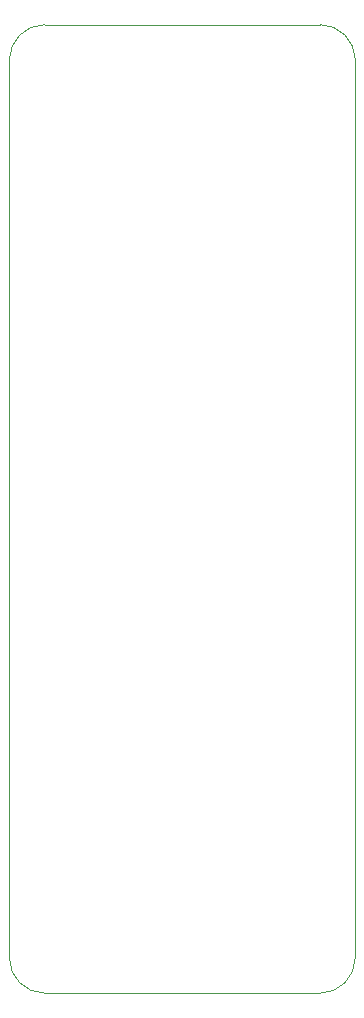
<source format=gm1>
%TF.GenerationSoftware,KiCad,Pcbnew,(5.99.0-11393-ga06b95bb1f)*%
%TF.CreationDate,2021-07-10T21:53:40+02:00*%
%TF.ProjectId,LasS0,4c617353-302e-46b6-9963-61645f706362,v0.1*%
%TF.SameCoordinates,Original*%
%TF.FileFunction,Profile,NP*%
%FSLAX46Y46*%
G04 Gerber Fmt 4.6, Leading zero omitted, Abs format (unit mm)*
G04 Created by KiCad (PCBNEW (5.99.0-11393-ga06b95bb1f)) date 2021-07-10 21:53:40*
%MOMM*%
%LPD*%
G01*
G04 APERTURE LIST*
%TA.AperFunction,Profile*%
%ADD10C,0.100000*%
%TD*%
G04 APERTURE END LIST*
D10*
X136860000Y-59000000D02*
G75*
G03*
X133860000Y-62000000I0J-3000000D01*
G01*
X163160000Y-138000000D02*
X163160000Y-62000000D01*
X163160000Y-62000000D02*
G75*
G03*
X160160000Y-59000000I-3000000J0D01*
G01*
X133860000Y-62000000D02*
X133860000Y-138000000D01*
X136860000Y-141000000D02*
G75*
G02*
X133860000Y-138000000I0J3000000D01*
G01*
X160160000Y-141000000D02*
G75*
G03*
X163160000Y-138000000I0J3000000D01*
G01*
X160160000Y-59000000D02*
X136860000Y-59000000D01*
X136860000Y-141000000D02*
X160160000Y-141000000D01*
M02*

</source>
